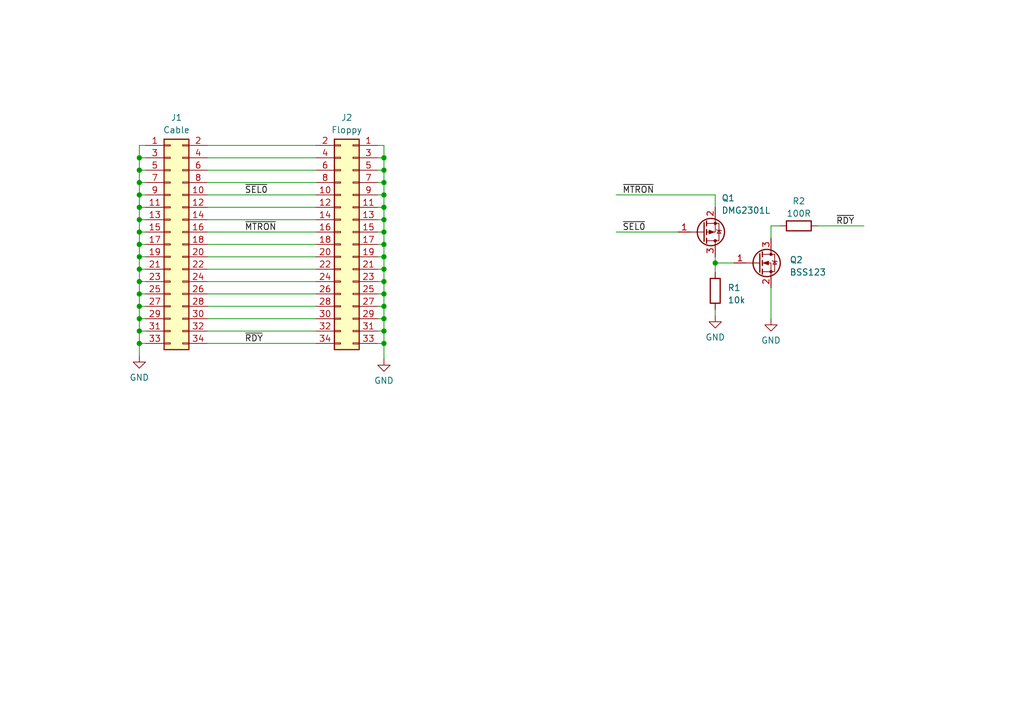
<source format=kicad_sch>
(kicad_sch (version 20230121) (generator eeschema)
  (paper "A5")
  (lib_symbols
    (symbol "Connector_Generic:Conn_02x17_Odd_Even" (pin_names (offset 1.016) hide)
      (property "Reference" "J" (at 1.27 22.86 0))
      (property "Value" "Conn_02x17_Odd_Even" (at 1.27 -22.86 0))
      (symbol "Conn_02x17_Odd_Even_1_1"
        (rectangle (start -1.27 -20.193) (end 0 -20.447) (stroke (width 0.1524)))
        (rectangle (start -1.27 -17.653) (end 0 -17.907) (stroke (width 0.1524)))
        (rectangle (start -1.27 -15.113) (end 0 -15.367) (stroke (width 0.1524)))
        (rectangle (start -1.27 -12.573) (end 0 -12.827) (stroke (width 0.1524)))
        (rectangle (start -1.27 -10.033) (end 0 -10.287) (stroke (width 0.1524)))
        (rectangle (start -1.27 -7.493) (end 0 -7.747) (stroke (width 0.1524)))
        (rectangle (start -1.27 -4.953) (end 0 -5.207) (stroke (width 0.1524)))
        (rectangle (start -1.27 -2.413) (end 0 -2.667) (stroke (width 0.1524)))
        (rectangle (start -1.27 0.127) (end 0 -0.127) (stroke (width 0.1524)))
        (rectangle (start -1.27 2.667) (end 0 2.413) (stroke (width 0.1524)))
        (rectangle (start -1.27 5.207) (end 0 4.953) (stroke (width 0.1524)))
        (rectangle (start -1.27 7.747) (end 0 7.493) (stroke (width 0.1524)))
        (rectangle (start -1.27 10.287) (end 0 10.033) (stroke (width 0.1524)))
        (rectangle (start -1.27 12.827) (end 0 12.573) (stroke (width 0.1524)))
        (rectangle (start -1.27 15.367) (end 0 15.113) (stroke (width 0.1524)))
        (rectangle (start -1.27 17.907) (end 0 17.653) (stroke (width 0.1524)))
        (rectangle (start -1.27 20.447) (end 0 20.193) (stroke (width 0.1524)))
        (rectangle (start -1.27 21.59) (end 3.81 -21.59) (stroke (width 0.254)) (fill (type background)))
        (rectangle (start 3.81 -20.193) (end 2.54 -20.447) (stroke (width 0.1524)))
        (rectangle (start 3.81 -17.653) (end 2.54 -17.907) (stroke (width 0.1524)))
        (rectangle (start 3.81 -15.113) (end 2.54 -15.367) (stroke (width 0.1524)))
        (rectangle (start 3.81 -12.573) (end 2.54 -12.827) (stroke (width 0.1524)))
        (rectangle (start 3.81 -10.033) (end 2.54 -10.287) (stroke (width 0.1524)))
        (rectangle (start 3.81 -7.493) (end 2.54 -7.747) (stroke (width 0.1524)))
        (rectangle (start 3.81 -4.953) (end 2.54 -5.207) (stroke (width 0.1524)))
        (rectangle (start 3.81 -2.413) (end 2.54 -2.667) (stroke (width 0.1524)))
        (rectangle (start 3.81 0.127) (end 2.54 -0.127) (stroke (width 0.1524)))
        (rectangle (start 3.81 2.667) (end 2.54 2.413) (stroke (width 0.1524)))
        (rectangle (start 3.81 5.207) (end 2.54 4.953) (stroke (width 0.1524)))
        (rectangle (start 3.81 7.747) (end 2.54 7.493) (stroke (width 0.1524)))
        (rectangle (start 3.81 10.287) (end 2.54 10.033) (stroke (width 0.1524)))
        (rectangle (start 3.81 12.827) (end 2.54 12.573) (stroke (width 0.1524)))
        (rectangle (start 3.81 15.367) (end 2.54 15.113) (stroke (width 0.1524)))
        (rectangle (start 3.81 17.907) (end 2.54 17.653) (stroke (width 0.1524)))
        (rectangle (start 3.81 20.447) (end 2.54 20.193) (stroke (width 0.1524)))
        (pin passive line (at -5.08 20.32 0) (length 3.81) (name "Pin_1") (number "1"))
        (pin passive line (at 7.62 10.16 180) (length 3.81) (name "Pin_10") (number "10"))
        (pin passive line (at -5.08 7.62 0) (length 3.81) (name "Pin_11") (number "11"))
        (pin passive line (at 7.62 7.62 180) (length 3.81) (name "Pin_12") (number "12"))
        (pin passive line (at -5.08 5.08 0) (length 3.81) (name "Pin_13") (number "13"))
        (pin passive line (at 7.62 5.08 180) (length 3.81) (name "Pin_14") (number "14"))
        (pin passive line (at -5.08 2.54 0) (length 3.81) (name "Pin_15") (number "15"))
        (pin passive line (at 7.62 2.54 180) (length 3.81) (name "Pin_16") (number "16"))
        (pin passive line (at -5.08 0 0) (length 3.81) (name "Pin_17") (number "17"))
        (pin passive line (at 7.62 0 180) (length 3.81) (name "Pin_18") (number "18"))
        (pin passive line (at -5.08 -2.54 0) (length 3.81) (name "Pin_19") (number "19"))
        (pin passive line (at 7.62 20.32 180) (length 3.81) (name "Pin_2") (number "2"))
        (pin passive line (at 7.62 -2.54 180) (length 3.81) (name "Pin_20") (number "20"))
        (pin passive line (at -5.08 -5.08 0) (length 3.81) (name "Pin_21") (number "21"))
        (pin passive line (at 7.62 -5.08 180) (length 3.81) (name "Pin_22") (number "22"))
        (pin passive line (at -5.08 -7.62 0) (length 3.81) (name "Pin_23") (number "23"))
        (pin passive line (at 7.62 -7.62 180) (length 3.81) (name "Pin_24") (number "24"))
        (pin passive line (at -5.08 -10.16 0) (length 3.81) (name "Pin_25") (number "25"))
        (pin passive line (at 7.62 -10.16 180) (length 3.81) (name "Pin_26") (number "26"))
        (pin passive line (at -5.08 -12.7 0) (length 3.81) (name "Pin_27") (number "27"))
        (pin passive line (at 7.62 -12.7 180) (length 3.81) (name "Pin_28") (number "28"))
        (pin passive line (at -5.08 -15.24 0) (length 3.81) (name "Pin_29") (number "29"))
        (pin passive line (at -5.08 17.78 0) (length 3.81) (name "Pin_3") (number "3"))
        (pin passive line (at 7.62 -15.24 180) (length 3.81) (name "Pin_30") (number "30"))
        (pin passive line (at -5.08 -17.78 0) (length 3.81) (name "Pin_31") (number "31"))
        (pin passive line (at 7.62 -17.78 180) (length 3.81) (name "Pin_32") (number "32"))
        (pin passive line (at -5.08 -20.32 0) (length 3.81) (name "Pin_33") (number "33"))
        (pin passive line (at 7.62 -20.32 180) (length 3.81) (name "Pin_34") (number "34"))
        (pin passive line (at 7.62 17.78 180) (length 3.81) (name "Pin_4") (number "4"))
        (pin passive line (at -5.08 15.24 0) (length 3.81) (name "Pin_5") (number "5"))
        (pin passive line (at 7.62 15.24 180) (length 3.81) (name "Pin_6") (number "6"))
        (pin passive line (at -5.08 12.7 0) (length 3.81) (name "Pin_7") (number "7"))
        (pin passive line (at 7.62 12.7 180) (length 3.81) (name "Pin_8") (number "8"))
        (pin passive line (at -5.08 10.16 0) (length 3.81) (name "Pin_9") (number "9"))
      )
    )
    (symbol "Device:R" (pin_numbers hide) (pin_names (offset 0))
      (property "Reference" "R" (at 2.032 0 90))
      (property "Value" "R" (at 0 0 90))
      (symbol "R_0_1"
        (rectangle (start -1.016 -2.54) (end 1.016 2.54) (stroke (width 0.254)))
      )
      (symbol "R_1_1"
        (pin passive line (at 0 3.81 270) (length 1.27) (name "~") (number "1"))
        (pin passive line (at 0 -3.81 90) (length 1.27) (name "~") (number "2"))
      )
    )
    (symbol "Transistor_FET:BSS123" (pin_names hide)
      (property "Reference" "Q" (at 5.08 1.905 0))
      (property "Value" "BSS123" (at 5.08 0 0))
      (symbol "BSS123_0_1"
        (polyline (pts (xy 0.254 0) (xy -2.54 0)))
        (polyline (pts (xy 0.254 1.905) (xy 0.254 -1.905)) (stroke (width 0.254)))
        (polyline (pts (xy 0.762 -1.27) (xy 0.762 -2.286)) (stroke (width 0.254)))
        (polyline (pts (xy 0.762 0.508) (xy 0.762 -0.508)) (stroke (width 0.254)))
        (polyline (pts (xy 0.762 2.286) (xy 0.762 1.27)) (stroke (width 0.254)))
        (polyline (pts (xy 2.54 2.54) (xy 2.54 1.778)))
        (polyline (pts (xy 2.54 -2.54) (xy 2.54 0) (xy 0.762 0)))
        (polyline (pts (xy 0.762 -1.778) (xy 3.302 -1.778) (xy 3.302 1.778) (xy 0.762 1.778)))
        (polyline (pts (xy 1.016 0) (xy 2.032 0.381) (xy 2.032 -0.381) (xy 1.016 0)) (fill (type outline)))
        (polyline (pts (xy 2.794 0.508) (xy 2.921 0.381) (xy 3.683 0.381) (xy 3.81 0.254)))
        (polyline (pts (xy 3.302 0.381) (xy 2.921 -0.254) (xy 3.683 -0.254) (xy 3.302 0.381)))
        (circle (center 1.651 0) (radius 2.794) (stroke (width 0.254)))
        (circle (center 2.54 -1.778) (radius 0.254) (fill (type outline)))
        (circle (center 2.54 1.778) (radius 0.254) (fill (type outline)))
      )
      (symbol "BSS123_1_1"
        (pin input line (at -5.08 0 0) (length 2.54) (name "G") (number "1"))
        (pin passive line (at 2.54 -5.08 90) (length 2.54) (name "S") (number "2"))
        (pin passive line (at 2.54 5.08 270) (length 2.54) (name "D") (number "3"))
      )
    )
    (symbol "Transistor_FET:DMG2301L" (pin_names hide)
      (property "Reference" "Q" (at 5.08 1.905 0))
      (property "Value" "DMG2301L" (at 5.08 0 0))
      (symbol "DMG2301L_0_1"
        (polyline (pts (xy 0.254 0) (xy -2.54 0)))
        (polyline (pts (xy 0.254 1.905) (xy 0.254 -1.905)) (stroke (width 0.254)))
        (polyline (pts (xy 0.762 -1.27) (xy 0.762 -2.286)) (stroke (width 0.254)))
        (polyline (pts (xy 0.762 0.508) (xy 0.762 -0.508)) (stroke (width 0.254)))
        (polyline (pts (xy 0.762 2.286) (xy 0.762 1.27)) (stroke (width 0.254)))
        (polyline (pts (xy 2.54 2.54) (xy 2.54 1.778)))
        (polyline (pts (xy 2.54 -2.54) (xy 2.54 0) (xy 0.762 0)))
        (polyline (pts (xy 0.762 1.778) (xy 3.302 1.778) (xy 3.302 -1.778) (xy 0.762 -1.778)))
        (polyline (pts (xy 2.286 0) (xy 1.27 0.381) (xy 1.27 -0.381) (xy 2.286 0)) (fill (type outline)))
        (polyline (pts (xy 2.794 -0.508) (xy 2.921 -0.381) (xy 3.683 -0.381) (xy 3.81 -0.254)))
        (polyline (pts (xy 3.302 -0.381) (xy 2.921 0.254) (xy 3.683 0.254) (xy 3.302 -0.381)))
        (circle (center 1.651 0) (radius 2.794) (stroke (width 0.254)))
        (circle (center 2.54 -1.778) (radius 0.254) (fill (type outline)))
        (circle (center 2.54 1.778) (radius 0.254) (fill (type outline)))
      )
      (symbol "DMG2301L_1_1"
        (pin input line (at -5.08 0 0) (length 2.54) (name "G") (number "1"))
        (pin passive line (at 2.54 -5.08 90) (length 2.54) (name "S") (number "2"))
        (pin passive line (at 2.54 5.08 270) (length 2.54) (name "D") (number "3"))
      )
    )
    (symbol "power:GND" (power) (pin_names (offset 0))
      (property "Value" "GND" (at 0 -3.81 0))
      (symbol "GND_0_1"
        (polyline (pts (xy 0 0) (xy 0 -1.27) (xy 1.27 -1.27) (xy 0 -2.54) (xy -1.27 -1.27) (xy 0 -1.27)))
      )
      (symbol "GND_1_1"
        (pin power_in line (at 0 0 270) (length 0) hide (name "GND") (number "1"))
      )
    )
  )
  (junction (at 28.575 60.325))
  (junction (at 78.74 40.005))
  (junction (at 28.575 34.925))
  (junction (at 78.74 42.545))
  (junction (at 28.575 52.705))
  (junction (at 78.74 62.865))
  (junction (at 78.74 45.085))
  (junction (at 28.575 70.485))
  (junction (at 28.575 62.865))
  (junction (at 78.74 65.405))
  (junction (at 28.575 42.545))
  (junction (at 78.74 55.245))
  (junction (at 28.575 45.085))
  (junction (at 28.575 40.005))
  (junction (at 78.74 32.385))
  (junction (at 28.575 65.405))
  (junction (at 28.575 47.625))
  (junction (at 78.74 70.485))
  (junction (at 78.74 34.925))
  (junction (at 146.685 53.975))
  (junction (at 78.74 60.325))
  (junction (at 28.575 57.785))
  (junction (at 28.575 67.945))
  (junction (at 28.575 32.385))
  (junction (at 28.575 50.165))
  (junction (at 78.74 52.705))
  (junction (at 78.74 50.165))
  (junction (at 78.74 47.625))
  (junction (at 78.74 37.465))
  (junction (at 78.74 67.945))
  (junction (at 78.74 57.785))
  (junction (at 28.575 55.245))
  (junction (at 28.575 37.465))
  (wire (pts (xy 28.575 70.485) (xy 28.575 73.025)))
  (wire (pts (xy 78.74 70.485) (xy 78.74 73.66)))
  (wire (pts (xy 78.74 62.865) (xy 78.74 65.405)))
  (wire (pts (xy 42.545 50.165) (xy 64.77 50.165)))
  (wire (pts (xy 42.545 29.845) (xy 64.77 29.845)))
  (wire (pts (xy 29.845 45.085) (xy 28.575 45.085)))
  (wire (pts (xy 28.575 62.865) (xy 28.575 65.405)))
  (wire (pts (xy 78.74 52.705) (xy 77.47 52.705)))
  (wire (pts (xy 78.74 32.385) (xy 78.74 34.925)))
  (wire (pts (xy 42.545 65.405) (xy 64.77 65.405)))
  (wire (pts (xy 29.845 52.705) (xy 28.575 52.705)))
  (wire (pts (xy 146.685 52.705) (xy 146.685 53.975)))
  (wire (pts (xy 146.685 53.975) (xy 150.495 53.975)))
  (wire (pts (xy 78.74 62.865) (xy 77.47 62.865)))
  (wire (pts (xy 146.685 53.975) (xy 146.685 55.88)))
  (wire (pts (xy 78.74 67.945) (xy 77.47 67.945)))
  (wire (pts (xy 29.845 57.785) (xy 28.575 57.785)))
  (wire (pts (xy 28.575 42.545) (xy 28.575 45.085)))
  (wire (pts (xy 78.74 65.405) (xy 78.74 67.945)))
  (wire (pts (xy 42.545 55.245) (xy 64.77 55.245)))
  (wire (pts (xy 78.74 40.005) (xy 77.47 40.005)))
  (wire (pts (xy 78.74 57.785) (xy 77.47 57.785)))
  (wire (pts (xy 78.74 42.545) (xy 78.74 45.085)))
  (wire (pts (xy 28.575 52.705) (xy 28.575 55.245)))
  (wire (pts (xy 78.74 50.165) (xy 77.47 50.165)))
  (wire (pts (xy 78.74 45.085) (xy 77.47 45.085)))
  (wire (pts (xy 28.575 55.245) (xy 28.575 57.785)))
  (wire (pts (xy 29.845 29.845) (xy 28.575 29.845)))
  (wire (pts (xy 28.575 32.385) (xy 28.575 34.925)))
  (wire (pts (xy 28.575 37.465) (xy 28.575 40.005)))
  (wire (pts (xy 78.74 37.465) (xy 77.47 37.465)))
  (wire (pts (xy 78.74 55.245) (xy 77.47 55.245)))
  (wire (pts (xy 42.545 40.005) (xy 64.77 40.005)))
  (wire (pts (xy 146.685 42.545) (xy 146.685 40.005)))
  (wire (pts (xy 29.845 37.465) (xy 28.575 37.465)))
  (wire (pts (xy 29.845 65.405) (xy 28.575 65.405)))
  (wire (pts (xy 42.545 70.485) (xy 64.77 70.485)))
  (wire (pts (xy 42.545 47.625) (xy 64.77 47.625)))
  (wire (pts (xy 158.115 59.055) (xy 158.115 65.405)))
  (wire (pts (xy 28.575 45.085) (xy 28.575 47.625)))
  (wire (pts (xy 28.575 57.785) (xy 28.575 60.325)))
  (wire (pts (xy 78.74 52.705) (xy 78.74 55.245)))
  (wire (pts (xy 78.74 60.325) (xy 77.47 60.325)))
  (wire (pts (xy 42.545 45.085) (xy 64.77 45.085)))
  (wire (pts (xy 29.845 50.165) (xy 28.575 50.165)))
  (wire (pts (xy 29.845 32.385) (xy 28.575 32.385)))
  (wire (pts (xy 42.545 52.705) (xy 64.77 52.705)))
  (wire (pts (xy 29.845 60.325) (xy 28.575 60.325)))
  (wire (pts (xy 126.365 40.005) (xy 146.685 40.005)))
  (wire (pts (xy 42.545 57.785) (xy 64.77 57.785)))
  (wire (pts (xy 78.74 34.925) (xy 78.74 37.465)))
  (wire (pts (xy 158.115 46.355) (xy 160.02 46.355)))
  (wire (pts (xy 29.845 70.485) (xy 28.575 70.485)))
  (wire (pts (xy 78.74 67.945) (xy 78.74 70.485)))
  (wire (pts (xy 42.545 32.385) (xy 64.77 32.385)))
  (wire (pts (xy 42.545 62.865) (xy 64.77 62.865)))
  (wire (pts (xy 167.64 46.355) (xy 177.165 46.355)))
  (wire (pts (xy 28.575 34.925) (xy 28.575 37.465)))
  (wire (pts (xy 78.74 29.845) (xy 78.74 32.385)))
  (wire (pts (xy 29.845 62.865) (xy 28.575 62.865)))
  (wire (pts (xy 42.545 37.465) (xy 64.77 37.465)))
  (wire (pts (xy 78.74 70.485) (xy 77.47 70.485)))
  (wire (pts (xy 78.74 40.005) (xy 78.74 42.545)))
  (wire (pts (xy 146.685 63.5) (xy 146.685 64.77)))
  (wire (pts (xy 78.74 57.785) (xy 78.74 60.325)))
  (wire (pts (xy 78.74 42.545) (xy 77.47 42.545)))
  (wire (pts (xy 42.545 34.925) (xy 64.77 34.925)))
  (wire (pts (xy 29.845 40.005) (xy 28.575 40.005)))
  (wire (pts (xy 126.365 47.625) (xy 139.065 47.625)))
  (wire (pts (xy 78.74 32.385) (xy 77.47 32.385)))
  (wire (pts (xy 42.545 42.545) (xy 64.77 42.545)))
  (wire (pts (xy 78.74 55.245) (xy 78.74 57.785)))
  (wire (pts (xy 29.845 55.245) (xy 28.575 55.245)))
  (wire (pts (xy 42.545 60.325) (xy 64.77 60.325)))
  (wire (pts (xy 78.74 65.405) (xy 77.47 65.405)))
  (wire (pts (xy 158.115 48.895) (xy 158.115 46.355)))
  (wire (pts (xy 28.575 67.945) (xy 28.575 70.485)))
  (wire (pts (xy 29.845 67.945) (xy 28.575 67.945)))
  (wire (pts (xy 42.545 67.945) (xy 64.77 67.945)))
  (wire (pts (xy 28.575 50.165) (xy 28.575 52.705)))
  (wire (pts (xy 78.74 37.465) (xy 78.74 40.005)))
  (wire (pts (xy 28.575 47.625) (xy 28.575 50.165)))
  (wire (pts (xy 78.74 45.085) (xy 78.74 47.625)))
  (wire (pts (xy 28.575 60.325) (xy 28.575 62.865)))
  (wire (pts (xy 29.845 34.925) (xy 28.575 34.925)))
  (wire (pts (xy 28.575 29.845) (xy 28.575 32.385)))
  (wire (pts (xy 78.74 47.625) (xy 78.74 50.165)))
  (wire (pts (xy 28.575 65.405) (xy 28.575 67.945)))
  (wire (pts (xy 78.74 29.845) (xy 77.47 29.845)))
  (wire (pts (xy 28.575 40.005) (xy 28.575 42.545)))
  (wire (pts (xy 78.74 47.625) (xy 77.47 47.625)))
  (wire (pts (xy 78.74 60.325) (xy 78.74 62.865)))
  (wire (pts (xy 29.845 42.545) (xy 28.575 42.545)))
  (wire (pts (xy 29.845 47.625) (xy 28.575 47.625)))
  (wire (pts (xy 78.74 50.165) (xy 78.74 52.705)))
  (wire (pts (xy 78.74 34.925) (xy 77.47 34.925)))
  (label "~{MTRON}" (at 50.165 47.625 0))
  (label "~{MTRON}" (at 127.635 40.005 0))
  (label "~{SEL0}" (at 50.165 40.005 0))
  (label "~{SEL0}" (at 127.635 47.625 0))
  (label "~{RDY}" (at 50.165 70.485 0))
  (label "~{RDY}" (at 171.45 46.355 0))
  (symbol (lib_id "power:GND") (at 28.575 73.025 0) (unit 1)
    (property "Reference" "#PWR03" (effects hide))
    (property "Value" "GND" (at 28.575 77.47 0))
  )
  (symbol (lib_id "power:GND") (at 78.74 73.66 0) (unit 1)
    (property "Reference" "#PWR04" (effects hide))
    (property "Value" "GND" (at 78.74 78.105 0))
  )
  (symbol (lib_id "Connector_Generic:Conn_02x17_Odd_Even") (at 34.925 50.165 0) (unit 1)
    (property "Reference" "J1" (at 36.195 24.13 0))
    (property "Value" "Cable" (at 36.195 26.67 0))
  )
  (symbol (lib_id "power:GND") (at 158.115 65.405 0) (unit 1)
    (property "Reference" "#PWR02" (effects hide))
    (property "Value" "GND" (at 158.115 69.85 0))
  )
  (symbol (lib_id "Device:R") (at 163.83 46.355 90) (unit 1)
    (property "Reference" "R2" (at 163.83 41.275 90))
    (property "Value" "100R" (at 163.83 43.815 90))
    (property "Footprint" "Resistor_SMD:R_0603_1608Metric_Pad0.98x0.95mm_HandSolder" (effects hide))
  )
  (symbol (lib_id "Transistor_FET:DMG2301L") (at 144.145 47.625 0) (mirror x) (unit 1)
    (property "Reference" "Q1" (at 147.955 40.64 0) (effects (justify left)))
    (property "Value" "DMG2301L" (at 147.955 43.18 0) (effects (justify left)))
    (property "Footprint" "Package_TO_SOT_SMD:SOT-23" (effects hide))
    (property "Datasheet" "https://www.diodes.com/assets/Datasheets/DMG2301L.pdf" (effects hide))
  )
  (symbol (lib_id "Transistor_FET:BSS123") (at 155.575 53.975 0) (unit 1)
    (property "Reference" "Q2" (at 161.925 53.34 0) (effects (justify left)))
    (property "Value" "BSS123" (at 161.925 55.88 0) (effects (justify left)))
    (property "Footprint" "Package_TO_SOT_SMD:SOT-23" (effects hide))
    (property "Datasheet" "http://www.diodes.com/assets/Datasheets/ds30366.pdf" (effects hide))
  )
  (symbol (lib_id "power:GND") (at 146.685 64.77 0) (unit 1)
    (property "Reference" "#PWR01" (effects hide))
    (property "Value" "GND" (at 146.685 69.215 0))
  )
  (symbol (lib_id "Device:R") (at 146.685 59.69 0) (unit 1)
    (property "Reference" "R1" (at 149.225 59.055 0) (effects (justify left)))
    (property "Value" "10k" (at 149.225 61.595 0) (effects (justify left)))
    (property "Footprint" "Resistor_SMD:R_0603_1608Metric_Pad0.98x0.95mm_HandSolder" (effects hide))
  )
  (symbol (lib_id "Connector_Generic:Conn_02x17_Odd_Even") (at 72.39 50.165 0) (mirror y) (unit 1)
    (property "Reference" "J2" (at 71.12 24.13 0))
    (property "Value" "Floppy" (at 71.12 26.67 0))
  )
)
</source>
